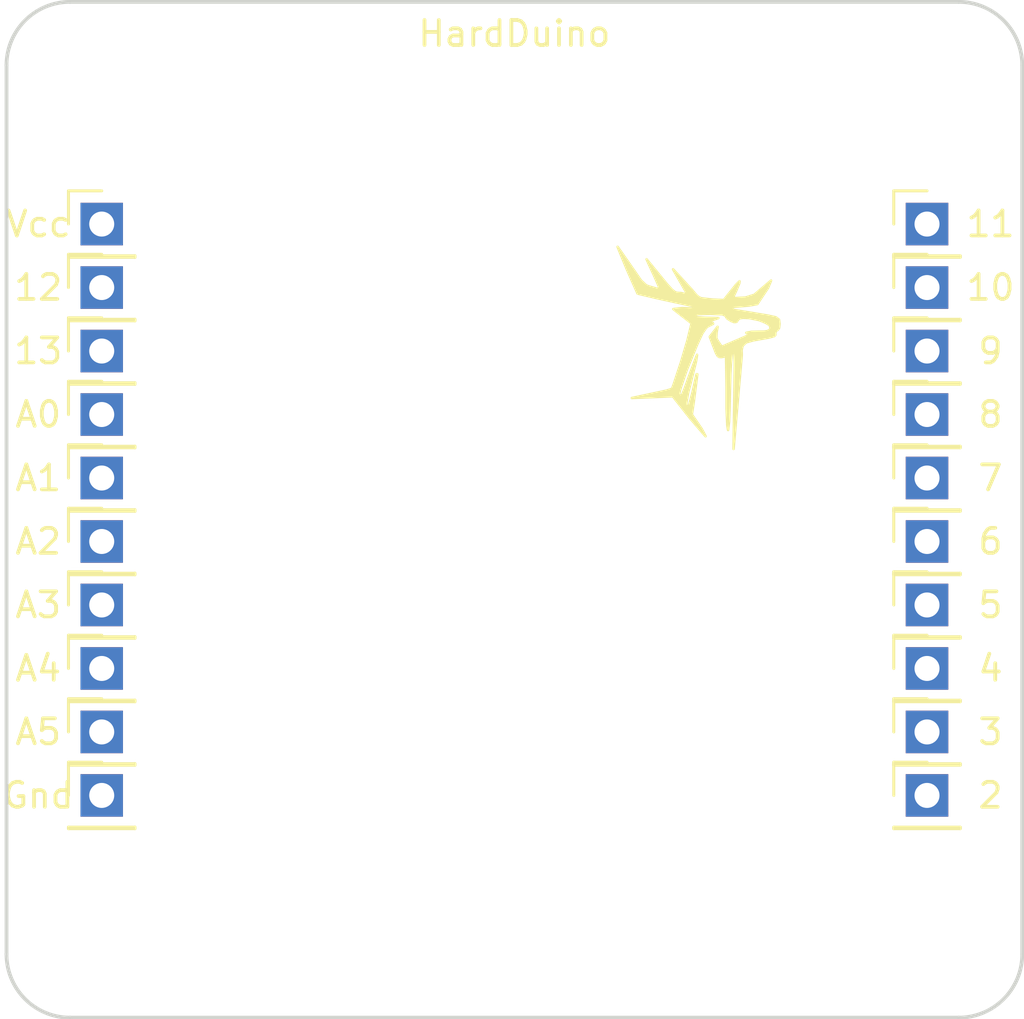
<source format=kicad_pcb>
(kicad_pcb (version 20171130) (host pcbnew "(5.1.4)-1")

  (general
    (thickness 1.6)
    (drawings 29)
    (tracks 0)
    (zones 0)
    (modules 24)
    (nets 21)
  )

  (page A4)
  (layers
    (0 F.Cu signal)
    (31 B.Cu signal)
    (32 B.Adhes user)
    (33 F.Adhes user)
    (34 B.Paste user)
    (35 F.Paste user)
    (36 B.SilkS user)
    (37 F.SilkS user)
    (38 B.Mask user)
    (39 F.Mask user)
    (40 Dwgs.User user)
    (41 Cmts.User user)
    (42 Eco1.User user)
    (43 Eco2.User user)
    (44 Edge.Cuts user)
    (45 Margin user)
    (46 B.CrtYd user)
    (47 F.CrtYd user)
    (48 B.Fab user)
    (49 F.Fab user)
  )

  (setup
    (last_trace_width 0.25)
    (trace_clearance 0.2)
    (zone_clearance 0.508)
    (zone_45_only no)
    (trace_min 0.2)
    (via_size 0.8)
    (via_drill 0.4)
    (via_min_size 0.4)
    (via_min_drill 0.3)
    (uvia_size 0.3)
    (uvia_drill 0.1)
    (uvias_allowed no)
    (uvia_min_size 0.2)
    (uvia_min_drill 0.1)
    (edge_width 0.05)
    (segment_width 0.2)
    (pcb_text_width 0.3)
    (pcb_text_size 1.5 1.5)
    (mod_edge_width 0.12)
    (mod_text_size 1 1)
    (mod_text_width 0.15)
    (pad_size 1.524 1.524)
    (pad_drill 0.762)
    (pad_to_mask_clearance 0.051)
    (solder_mask_min_width 0.25)
    (aux_axis_origin 0 0)
    (visible_elements 7FFFFFFF)
    (pcbplotparams
      (layerselection 0x010fc_ffffffff)
      (usegerberextensions false)
      (usegerberattributes false)
      (usegerberadvancedattributes false)
      (creategerberjobfile false)
      (excludeedgelayer true)
      (linewidth 0.100000)
      (plotframeref false)
      (viasonmask false)
      (mode 1)
      (useauxorigin false)
      (hpglpennumber 1)
      (hpglpenspeed 20)
      (hpglpendiameter 15.000000)
      (psnegative false)
      (psa4output false)
      (plotreference true)
      (plotvalue true)
      (plotinvisibletext false)
      (padsonsilk false)
      (subtractmaskfromsilk false)
      (outputformat 1)
      (mirror false)
      (drillshape 1)
      (scaleselection 1)
      (outputdirectory ""))
  )

  (net 0 "")
  (net 1 "Net-(J1-Pad1)")
  (net 2 "Net-(J2-Pad1)")
  (net 3 "Net-(J3-Pad1)")
  (net 4 "Net-(J4-Pad1)")
  (net 5 "Net-(J5-Pad1)")
  (net 6 "Net-(J6-Pad1)")
  (net 7 "Net-(J7-Pad1)")
  (net 8 "Net-(J8-Pad1)")
  (net 9 "Net-(J9-Pad1)")
  (net 10 "Net-(J10-Pad1)")
  (net 11 "Net-(J11-Pad1)")
  (net 12 "Net-(J12-Pad1)")
  (net 13 "Net-(J13-Pad1)")
  (net 14 "Net-(J14-Pad1)")
  (net 15 "Net-(J15-Pad1)")
  (net 16 "Net-(J16-Pad1)")
  (net 17 "Net-(J17-Pad1)")
  (net 18 "Net-(J18-Pad1)")
  (net 19 "Net-(J19-Pad1)")
  (net 20 "Net-(J20-Pad1)")

  (net_class Default "Это класс цепей по умолчанию."
    (clearance 0.2)
    (trace_width 0.25)
    (via_dia 0.8)
    (via_drill 0.4)
    (uvia_dia 0.3)
    (uvia_drill 0.1)
    (add_net "Net-(J1-Pad1)")
    (add_net "Net-(J10-Pad1)")
    (add_net "Net-(J11-Pad1)")
    (add_net "Net-(J12-Pad1)")
    (add_net "Net-(J13-Pad1)")
    (add_net "Net-(J14-Pad1)")
    (add_net "Net-(J15-Pad1)")
    (add_net "Net-(J16-Pad1)")
    (add_net "Net-(J17-Pad1)")
    (add_net "Net-(J18-Pad1)")
    (add_net "Net-(J19-Pad1)")
    (add_net "Net-(J2-Pad1)")
    (add_net "Net-(J20-Pad1)")
    (add_net "Net-(J3-Pad1)")
    (add_net "Net-(J4-Pad1)")
    (add_net "Net-(J5-Pad1)")
    (add_net "Net-(J6-Pad1)")
    (add_net "Net-(J7-Pad1)")
    (add_net "Net-(J8-Pad1)")
    (add_net "Net-(J9-Pad1)")
  )

  (module MountingHole:MountingHole_3.2mm_M3 (layer F.Cu) (tedit 56D1B4CB) (tstamp 5D79781E)
    (at 92.71 54.61)
    (descr "Mounting Hole 3.2mm, no annular, M3")
    (tags "mounting hole 3.2mm no annular m3")
    (path /5D791BF4)
    (attr virtual)
    (fp_text reference H1 (at -3.81 -4.2) (layer F.SilkS) hide
      (effects (font (size 1 1) (thickness 0.15)))
    )
    (fp_text value MountingHole (at 2.54 -5.08) (layer F.Fab) hide
      (effects (font (size 1 1) (thickness 0.15)))
    )
    (fp_circle (center 0 0) (end 3.45 0) (layer F.CrtYd) (width 0.05))
    (fp_circle (center 0 0) (end 3.2 0) (layer Cmts.User) (width 0.15))
    (fp_text user %R (at 0.3 0) (layer F.Fab)
      (effects (font (size 1 1) (thickness 0.15)))
    )
    (pad 1 np_thru_hole circle (at 0 0) (size 3.2 3.2) (drill 3.2) (layers *.Cu *.Mask))
  )

  (module MountingHole:MountingHole_3.2mm_M3 (layer F.Cu) (tedit 56D1B4CB) (tstamp 5D797826)
    (at 92.71 87.63)
    (descr "Mounting Hole 3.2mm, no annular, M3")
    (tags "mounting hole 3.2mm no annular m3")
    (path /5D793188)
    (attr virtual)
    (fp_text reference H2 (at -3.81 3.81) (layer F.SilkS) hide
      (effects (font (size 1 1) (thickness 0.15)))
    )
    (fp_text value MountingHole (at 3.81 5.08) (layer F.Fab) hide
      (effects (font (size 1 1) (thickness 0.15)))
    )
    (fp_text user %R (at 0.3 0) (layer F.Fab)
      (effects (font (size 1 1) (thickness 0.15)))
    )
    (fp_circle (center 0 0) (end 3.2 0) (layer Cmts.User) (width 0.15))
    (fp_circle (center 0 0) (end 3.45 0) (layer F.CrtYd) (width 0.05))
    (pad 1 np_thru_hole circle (at 0 0) (size 3.2 3.2) (drill 3.2) (layers *.Cu *.Mask))
  )

  (module MountingHole:MountingHole_3.2mm_M3 (layer F.Cu) (tedit 56D1B4CB) (tstamp 5D79782E)
    (at 125.73 54.61)
    (descr "Mounting Hole 3.2mm, no annular, M3")
    (tags "mounting hole 3.2mm no annular m3")
    (path /5D793224)
    (attr virtual)
    (fp_text reference H3 (at 3.81 -3.81) (layer F.SilkS) hide
      (effects (font (size 1 1) (thickness 0.15)))
    )
    (fp_text value MountingHole (at -2.54 -5.08) (layer F.Fab) hide
      (effects (font (size 1 1) (thickness 0.15)))
    )
    (fp_circle (center 0 0) (end 3.45 0) (layer F.CrtYd) (width 0.05))
    (fp_circle (center 0 0) (end 3.2 0) (layer Cmts.User) (width 0.15))
    (fp_text user %R (at 0.3 0) (layer F.Fab)
      (effects (font (size 1 1) (thickness 0.15)))
    )
    (pad 1 np_thru_hole circle (at 0 0) (size 3.2 3.2) (drill 3.2) (layers *.Cu *.Mask))
  )

  (module MountingHole:MountingHole_3.2mm_M3 (layer F.Cu) (tedit 56D1B4CB) (tstamp 5D797836)
    (at 125.73 87.63)
    (descr "Mounting Hole 3.2mm, no annular, M3")
    (tags "mounting hole 3.2mm no annular m3")
    (path /5D7932CC)
    (attr virtual)
    (fp_text reference H4 (at 3.81 3.81) (layer F.SilkS) hide
      (effects (font (size 1 1) (thickness 0.15)))
    )
    (fp_text value MountingHole (at -5.08 5.08) (layer F.Fab) hide
      (effects (font (size 1 1) (thickness 0.15)))
    )
    (fp_text user %R (at 0 0) (layer F.Fab)
      (effects (font (size 1 1) (thickness 0.15)))
    )
    (fp_circle (center 0 0) (end 3.2 0) (layer Cmts.User) (width 0.15))
    (fp_circle (center 0 0) (end 3.45 0) (layer F.CrtYd) (width 0.05))
    (pad 1 np_thru_hole circle (at 0 0) (size 3.2 3.2) (drill 3.2) (layers *.Cu *.Mask))
  )

  (module Connector_PinHeader_2.54mm:PinHeader_1x01_P2.54mm_Vertical (layer F.Cu) (tedit 59FED5CC) (tstamp 5D79784B)
    (at 125.73 82.55)
    (descr "Through hole straight pin header, 1x01, 2.54mm pitch, single row")
    (tags "Through hole pin header THT 1x01 2.54mm single row")
    (path /5D793457)
    (fp_text reference J1 (at -2.54 0) (layer F.SilkS) hide
      (effects (font (size 1 1) (thickness 0.15)))
    )
    (fp_text value 2 (at 2.54 0) (layer F.Fab)
      (effects (font (size 1 1) (thickness 0.15)))
    )
    (fp_text user %R (at 0 0 90) (layer F.Fab)
      (effects (font (size 1 1) (thickness 0.15)))
    )
    (fp_line (start 1.8 -1.8) (end -1.8 -1.8) (layer F.CrtYd) (width 0.05))
    (fp_line (start 1.8 1.8) (end 1.8 -1.8) (layer F.CrtYd) (width 0.05))
    (fp_line (start -1.8 1.8) (end 1.8 1.8) (layer F.CrtYd) (width 0.05))
    (fp_line (start -1.8 -1.8) (end -1.8 1.8) (layer F.CrtYd) (width 0.05))
    (fp_line (start -1.33 -1.33) (end 0 -1.33) (layer F.SilkS) (width 0.12))
    (fp_line (start -1.33 0) (end -1.33 -1.33) (layer F.SilkS) (width 0.12))
    (fp_line (start -1.33 1.27) (end 1.33 1.27) (layer F.SilkS) (width 0.12))
    (fp_line (start 1.33 1.27) (end 1.33 1.33) (layer F.SilkS) (width 0.12))
    (fp_line (start -1.33 1.27) (end -1.33 1.33) (layer F.SilkS) (width 0.12))
    (fp_line (start -1.33 1.33) (end 1.33 1.33) (layer F.SilkS) (width 0.12))
    (fp_line (start -1.27 -0.635) (end -0.635 -1.27) (layer F.Fab) (width 0.1))
    (fp_line (start -1.27 1.27) (end -1.27 -0.635) (layer F.Fab) (width 0.1))
    (fp_line (start 1.27 1.27) (end -1.27 1.27) (layer F.Fab) (width 0.1))
    (fp_line (start 1.27 -1.27) (end 1.27 1.27) (layer F.Fab) (width 0.1))
    (fp_line (start -0.635 -1.27) (end 1.27 -1.27) (layer F.Fab) (width 0.1))
    (pad 1 thru_hole rect (at 0 0) (size 1.7 1.7) (drill 1) (layers *.Cu *.Mask)
      (net 1 "Net-(J1-Pad1)"))
    (model ${KISYS3DMOD}/Connector_PinHeader_2.54mm.3dshapes/PinHeader_1x01_P2.54mm_Vertical.wrl
      (at (xyz 0 0 0))
      (scale (xyz 1 1 1))
      (rotate (xyz 0 0 0))
    )
  )

  (module Connector_PinHeader_2.54mm:PinHeader_1x01_P2.54mm_Vertical (layer F.Cu) (tedit 59FED5CC) (tstamp 5D797860)
    (at 125.73 80.01)
    (descr "Through hole straight pin header, 1x01, 2.54mm pitch, single row")
    (tags "Through hole pin header THT 1x01 2.54mm single row")
    (path /5D794940)
    (fp_text reference J2 (at -2.54 0) (layer F.SilkS) hide
      (effects (font (size 1 1) (thickness 0.15)))
    )
    (fp_text value 3 (at 2.54 0) (layer F.Fab)
      (effects (font (size 1 1) (thickness 0.15)))
    )
    (fp_line (start -0.635 -1.27) (end 1.27 -1.27) (layer F.Fab) (width 0.1))
    (fp_line (start 1.27 -1.27) (end 1.27 1.27) (layer F.Fab) (width 0.1))
    (fp_line (start 1.27 1.27) (end -1.27 1.27) (layer F.Fab) (width 0.1))
    (fp_line (start -1.27 1.27) (end -1.27 -0.635) (layer F.Fab) (width 0.1))
    (fp_line (start -1.27 -0.635) (end -0.635 -1.27) (layer F.Fab) (width 0.1))
    (fp_line (start -1.33 1.33) (end 1.33 1.33) (layer F.SilkS) (width 0.12))
    (fp_line (start -1.33 1.27) (end -1.33 1.33) (layer F.SilkS) (width 0.12))
    (fp_line (start 1.33 1.27) (end 1.33 1.33) (layer F.SilkS) (width 0.12))
    (fp_line (start -1.33 1.27) (end 1.33 1.27) (layer F.SilkS) (width 0.12))
    (fp_line (start -1.33 0) (end -1.33 -1.33) (layer F.SilkS) (width 0.12))
    (fp_line (start -1.33 -1.33) (end 0 -1.33) (layer F.SilkS) (width 0.12))
    (fp_line (start -1.8 -1.8) (end -1.8 1.8) (layer F.CrtYd) (width 0.05))
    (fp_line (start -1.8 1.8) (end 1.8 1.8) (layer F.CrtYd) (width 0.05))
    (fp_line (start 1.8 1.8) (end 1.8 -1.8) (layer F.CrtYd) (width 0.05))
    (fp_line (start 1.8 -1.8) (end -1.8 -1.8) (layer F.CrtYd) (width 0.05))
    (fp_text user %R (at 0 0 90) (layer F.Fab)
      (effects (font (size 1 1) (thickness 0.15)))
    )
    (pad 1 thru_hole rect (at 0 0) (size 1.7 1.7) (drill 1) (layers *.Cu *.Mask)
      (net 2 "Net-(J2-Pad1)"))
    (model ${KISYS3DMOD}/Connector_PinHeader_2.54mm.3dshapes/PinHeader_1x01_P2.54mm_Vertical.wrl
      (at (xyz 0 0 0))
      (scale (xyz 1 1 1))
      (rotate (xyz 0 0 0))
    )
  )

  (module Connector_PinHeader_2.54mm:PinHeader_1x01_P2.54mm_Vertical (layer F.Cu) (tedit 59FED5CC) (tstamp 5D797875)
    (at 125.73 77.47)
    (descr "Through hole straight pin header, 1x01, 2.54mm pitch, single row")
    (tags "Through hole pin header THT 1x01 2.54mm single row")
    (path /5D794B32)
    (fp_text reference J3 (at -2.54 0) (layer F.SilkS) hide
      (effects (font (size 1 1) (thickness 0.15)))
    )
    (fp_text value 4 (at 2.54 0) (layer F.Fab)
      (effects (font (size 1 1) (thickness 0.15)))
    )
    (fp_text user %R (at 0 0 90) (layer F.Fab)
      (effects (font (size 1 1) (thickness 0.15)))
    )
    (fp_line (start 1.8 -1.8) (end -1.8 -1.8) (layer F.CrtYd) (width 0.05))
    (fp_line (start 1.8 1.8) (end 1.8 -1.8) (layer F.CrtYd) (width 0.05))
    (fp_line (start -1.8 1.8) (end 1.8 1.8) (layer F.CrtYd) (width 0.05))
    (fp_line (start -1.8 -1.8) (end -1.8 1.8) (layer F.CrtYd) (width 0.05))
    (fp_line (start -1.33 -1.33) (end 0 -1.33) (layer F.SilkS) (width 0.12))
    (fp_line (start -1.33 0) (end -1.33 -1.33) (layer F.SilkS) (width 0.12))
    (fp_line (start -1.33 1.27) (end 1.33 1.27) (layer F.SilkS) (width 0.12))
    (fp_line (start 1.33 1.27) (end 1.33 1.33) (layer F.SilkS) (width 0.12))
    (fp_line (start -1.33 1.27) (end -1.33 1.33) (layer F.SilkS) (width 0.12))
    (fp_line (start -1.33 1.33) (end 1.33 1.33) (layer F.SilkS) (width 0.12))
    (fp_line (start -1.27 -0.635) (end -0.635 -1.27) (layer F.Fab) (width 0.1))
    (fp_line (start -1.27 1.27) (end -1.27 -0.635) (layer F.Fab) (width 0.1))
    (fp_line (start 1.27 1.27) (end -1.27 1.27) (layer F.Fab) (width 0.1))
    (fp_line (start 1.27 -1.27) (end 1.27 1.27) (layer F.Fab) (width 0.1))
    (fp_line (start -0.635 -1.27) (end 1.27 -1.27) (layer F.Fab) (width 0.1))
    (pad 1 thru_hole rect (at 0 0) (size 1.7 1.7) (drill 1) (layers *.Cu *.Mask)
      (net 3 "Net-(J3-Pad1)"))
    (model ${KISYS3DMOD}/Connector_PinHeader_2.54mm.3dshapes/PinHeader_1x01_P2.54mm_Vertical.wrl
      (at (xyz 0 0 0))
      (scale (xyz 1 1 1))
      (rotate (xyz 0 0 0))
    )
  )

  (module Connector_PinHeader_2.54mm:PinHeader_1x01_P2.54mm_Vertical (layer F.Cu) (tedit 59FED5CC) (tstamp 5D79788A)
    (at 125.73 74.93)
    (descr "Through hole straight pin header, 1x01, 2.54mm pitch, single row")
    (tags "Through hole pin header THT 1x01 2.54mm single row")
    (path /5D794C66)
    (fp_text reference J4 (at -2.54 0) (layer F.SilkS) hide
      (effects (font (size 1 1) (thickness 0.15)))
    )
    (fp_text value 5 (at 2.54 0) (layer F.Fab)
      (effects (font (size 1 1) (thickness 0.15)))
    )
    (fp_line (start -0.635 -1.27) (end 1.27 -1.27) (layer F.Fab) (width 0.1))
    (fp_line (start 1.27 -1.27) (end 1.27 1.27) (layer F.Fab) (width 0.1))
    (fp_line (start 1.27 1.27) (end -1.27 1.27) (layer F.Fab) (width 0.1))
    (fp_line (start -1.27 1.27) (end -1.27 -0.635) (layer F.Fab) (width 0.1))
    (fp_line (start -1.27 -0.635) (end -0.635 -1.27) (layer F.Fab) (width 0.1))
    (fp_line (start -1.33 1.33) (end 1.33 1.33) (layer F.SilkS) (width 0.12))
    (fp_line (start -1.33 1.27) (end -1.33 1.33) (layer F.SilkS) (width 0.12))
    (fp_line (start 1.33 1.27) (end 1.33 1.33) (layer F.SilkS) (width 0.12))
    (fp_line (start -1.33 1.27) (end 1.33 1.27) (layer F.SilkS) (width 0.12))
    (fp_line (start -1.33 0) (end -1.33 -1.33) (layer F.SilkS) (width 0.12))
    (fp_line (start -1.33 -1.33) (end 0 -1.33) (layer F.SilkS) (width 0.12))
    (fp_line (start -1.8 -1.8) (end -1.8 1.8) (layer F.CrtYd) (width 0.05))
    (fp_line (start -1.8 1.8) (end 1.8 1.8) (layer F.CrtYd) (width 0.05))
    (fp_line (start 1.8 1.8) (end 1.8 -1.8) (layer F.CrtYd) (width 0.05))
    (fp_line (start 1.8 -1.8) (end -1.8 -1.8) (layer F.CrtYd) (width 0.05))
    (fp_text user %R (at 0 0 90) (layer F.Fab)
      (effects (font (size 1 1) (thickness 0.15)))
    )
    (pad 1 thru_hole rect (at 0 0) (size 1.7 1.7) (drill 1) (layers *.Cu *.Mask)
      (net 4 "Net-(J4-Pad1)"))
    (model ${KISYS3DMOD}/Connector_PinHeader_2.54mm.3dshapes/PinHeader_1x01_P2.54mm_Vertical.wrl
      (at (xyz 0 0 0))
      (scale (xyz 1 1 1))
      (rotate (xyz 0 0 0))
    )
  )

  (module Connector_PinHeader_2.54mm:PinHeader_1x01_P2.54mm_Vertical (layer F.Cu) (tedit 59FED5CC) (tstamp 5D79789F)
    (at 125.73 72.39)
    (descr "Through hole straight pin header, 1x01, 2.54mm pitch, single row")
    (tags "Through hole pin header THT 1x01 2.54mm single row")
    (path /5D794EF4)
    (fp_text reference J5 (at -2.54 0) (layer F.SilkS) hide
      (effects (font (size 1 1) (thickness 0.15)))
    )
    (fp_text value 6 (at 2.54 0) (layer F.Fab)
      (effects (font (size 1 1) (thickness 0.15)))
    )
    (fp_text user %R (at 0 0 90) (layer F.Fab)
      (effects (font (size 1 1) (thickness 0.15)))
    )
    (fp_line (start 1.8 -1.8) (end -1.8 -1.8) (layer F.CrtYd) (width 0.05))
    (fp_line (start 1.8 1.8) (end 1.8 -1.8) (layer F.CrtYd) (width 0.05))
    (fp_line (start -1.8 1.8) (end 1.8 1.8) (layer F.CrtYd) (width 0.05))
    (fp_line (start -1.8 -1.8) (end -1.8 1.8) (layer F.CrtYd) (width 0.05))
    (fp_line (start -1.33 -1.33) (end 0 -1.33) (layer F.SilkS) (width 0.12))
    (fp_line (start -1.33 0) (end -1.33 -1.33) (layer F.SilkS) (width 0.12))
    (fp_line (start -1.33 1.27) (end 1.33 1.27) (layer F.SilkS) (width 0.12))
    (fp_line (start 1.33 1.27) (end 1.33 1.33) (layer F.SilkS) (width 0.12))
    (fp_line (start -1.33 1.27) (end -1.33 1.33) (layer F.SilkS) (width 0.12))
    (fp_line (start -1.33 1.33) (end 1.33 1.33) (layer F.SilkS) (width 0.12))
    (fp_line (start -1.27 -0.635) (end -0.635 -1.27) (layer F.Fab) (width 0.1))
    (fp_line (start -1.27 1.27) (end -1.27 -0.635) (layer F.Fab) (width 0.1))
    (fp_line (start 1.27 1.27) (end -1.27 1.27) (layer F.Fab) (width 0.1))
    (fp_line (start 1.27 -1.27) (end 1.27 1.27) (layer F.Fab) (width 0.1))
    (fp_line (start -0.635 -1.27) (end 1.27 -1.27) (layer F.Fab) (width 0.1))
    (pad 1 thru_hole rect (at 0 0) (size 1.7 1.7) (drill 1) (layers *.Cu *.Mask)
      (net 5 "Net-(J5-Pad1)"))
    (model ${KISYS3DMOD}/Connector_PinHeader_2.54mm.3dshapes/PinHeader_1x01_P2.54mm_Vertical.wrl
      (at (xyz 0 0 0))
      (scale (xyz 1 1 1))
      (rotate (xyz 0 0 0))
    )
  )

  (module Connector_PinHeader_2.54mm:PinHeader_1x01_P2.54mm_Vertical (layer F.Cu) (tedit 59FED5CC) (tstamp 5D7978B4)
    (at 125.73 69.85)
    (descr "Through hole straight pin header, 1x01, 2.54mm pitch, single row")
    (tags "Through hole pin header THT 1x01 2.54mm single row")
    (path /5D795168)
    (fp_text reference J6 (at -2.54 0) (layer F.SilkS) hide
      (effects (font (size 1 1) (thickness 0.15)))
    )
    (fp_text value 7 (at 2.54 0) (layer F.Fab)
      (effects (font (size 1 1) (thickness 0.15)))
    )
    (fp_line (start -0.635 -1.27) (end 1.27 -1.27) (layer F.Fab) (width 0.1))
    (fp_line (start 1.27 -1.27) (end 1.27 1.27) (layer F.Fab) (width 0.1))
    (fp_line (start 1.27 1.27) (end -1.27 1.27) (layer F.Fab) (width 0.1))
    (fp_line (start -1.27 1.27) (end -1.27 -0.635) (layer F.Fab) (width 0.1))
    (fp_line (start -1.27 -0.635) (end -0.635 -1.27) (layer F.Fab) (width 0.1))
    (fp_line (start -1.33 1.33) (end 1.33 1.33) (layer F.SilkS) (width 0.12))
    (fp_line (start -1.33 1.27) (end -1.33 1.33) (layer F.SilkS) (width 0.12))
    (fp_line (start 1.33 1.27) (end 1.33 1.33) (layer F.SilkS) (width 0.12))
    (fp_line (start -1.33 1.27) (end 1.33 1.27) (layer F.SilkS) (width 0.12))
    (fp_line (start -1.33 0) (end -1.33 -1.33) (layer F.SilkS) (width 0.12))
    (fp_line (start -1.33 -1.33) (end 0 -1.33) (layer F.SilkS) (width 0.12))
    (fp_line (start -1.8 -1.8) (end -1.8 1.8) (layer F.CrtYd) (width 0.05))
    (fp_line (start -1.8 1.8) (end 1.8 1.8) (layer F.CrtYd) (width 0.05))
    (fp_line (start 1.8 1.8) (end 1.8 -1.8) (layer F.CrtYd) (width 0.05))
    (fp_line (start 1.8 -1.8) (end -1.8 -1.8) (layer F.CrtYd) (width 0.05))
    (fp_text user %R (at 0 0 90) (layer F.Fab)
      (effects (font (size 1 1) (thickness 0.15)))
    )
    (pad 1 thru_hole rect (at 0 0) (size 1.7 1.7) (drill 1) (layers *.Cu *.Mask)
      (net 6 "Net-(J6-Pad1)"))
    (model ${KISYS3DMOD}/Connector_PinHeader_2.54mm.3dshapes/PinHeader_1x01_P2.54mm_Vertical.wrl
      (at (xyz 0 0 0))
      (scale (xyz 1 1 1))
      (rotate (xyz 0 0 0))
    )
  )

  (module Connector_PinHeader_2.54mm:PinHeader_1x01_P2.54mm_Vertical (layer F.Cu) (tedit 59FED5CC) (tstamp 5D7978C9)
    (at 125.73 67.31)
    (descr "Through hole straight pin header, 1x01, 2.54mm pitch, single row")
    (tags "Through hole pin header THT 1x01 2.54mm single row")
    (path /5D795340)
    (fp_text reference J7 (at -2.54 0) (layer F.SilkS) hide
      (effects (font (size 1 1) (thickness 0.15)))
    )
    (fp_text value 8 (at 2.54 0) (layer F.Fab)
      (effects (font (size 1 1) (thickness 0.15)))
    )
    (fp_text user %R (at 0 0 90) (layer F.Fab)
      (effects (font (size 1 1) (thickness 0.15)))
    )
    (fp_line (start 1.8 -1.8) (end -1.8 -1.8) (layer F.CrtYd) (width 0.05))
    (fp_line (start 1.8 1.8) (end 1.8 -1.8) (layer F.CrtYd) (width 0.05))
    (fp_line (start -1.8 1.8) (end 1.8 1.8) (layer F.CrtYd) (width 0.05))
    (fp_line (start -1.8 -1.8) (end -1.8 1.8) (layer F.CrtYd) (width 0.05))
    (fp_line (start -1.33 -1.33) (end 0 -1.33) (layer F.SilkS) (width 0.12))
    (fp_line (start -1.33 0) (end -1.33 -1.33) (layer F.SilkS) (width 0.12))
    (fp_line (start -1.33 1.27) (end 1.33 1.27) (layer F.SilkS) (width 0.12))
    (fp_line (start 1.33 1.27) (end 1.33 1.33) (layer F.SilkS) (width 0.12))
    (fp_line (start -1.33 1.27) (end -1.33 1.33) (layer F.SilkS) (width 0.12))
    (fp_line (start -1.33 1.33) (end 1.33 1.33) (layer F.SilkS) (width 0.12))
    (fp_line (start -1.27 -0.635) (end -0.635 -1.27) (layer F.Fab) (width 0.1))
    (fp_line (start -1.27 1.27) (end -1.27 -0.635) (layer F.Fab) (width 0.1))
    (fp_line (start 1.27 1.27) (end -1.27 1.27) (layer F.Fab) (width 0.1))
    (fp_line (start 1.27 -1.27) (end 1.27 1.27) (layer F.Fab) (width 0.1))
    (fp_line (start -0.635 -1.27) (end 1.27 -1.27) (layer F.Fab) (width 0.1))
    (pad 1 thru_hole rect (at 0 0) (size 1.7 1.7) (drill 1) (layers *.Cu *.Mask)
      (net 7 "Net-(J7-Pad1)"))
    (model ${KISYS3DMOD}/Connector_PinHeader_2.54mm.3dshapes/PinHeader_1x01_P2.54mm_Vertical.wrl
      (at (xyz 0 0 0))
      (scale (xyz 1 1 1))
      (rotate (xyz 0 0 0))
    )
  )

  (module Connector_PinHeader_2.54mm:PinHeader_1x01_P2.54mm_Vertical (layer F.Cu) (tedit 59FED5CC) (tstamp 5D7978DE)
    (at 125.73 64.77)
    (descr "Through hole straight pin header, 1x01, 2.54mm pitch, single row")
    (tags "Through hole pin header THT 1x01 2.54mm single row")
    (path /5D7955DE)
    (fp_text reference J8 (at -2.54 0) (layer F.SilkS) hide
      (effects (font (size 1 1) (thickness 0.15)))
    )
    (fp_text value 9 (at 2.54 0) (layer F.Fab)
      (effects (font (size 1 1) (thickness 0.15)))
    )
    (fp_line (start -0.635 -1.27) (end 1.27 -1.27) (layer F.Fab) (width 0.1))
    (fp_line (start 1.27 -1.27) (end 1.27 1.27) (layer F.Fab) (width 0.1))
    (fp_line (start 1.27 1.27) (end -1.27 1.27) (layer F.Fab) (width 0.1))
    (fp_line (start -1.27 1.27) (end -1.27 -0.635) (layer F.Fab) (width 0.1))
    (fp_line (start -1.27 -0.635) (end -0.635 -1.27) (layer F.Fab) (width 0.1))
    (fp_line (start -1.33 1.33) (end 1.33 1.33) (layer F.SilkS) (width 0.12))
    (fp_line (start -1.33 1.27) (end -1.33 1.33) (layer F.SilkS) (width 0.12))
    (fp_line (start 1.33 1.27) (end 1.33 1.33) (layer F.SilkS) (width 0.12))
    (fp_line (start -1.33 1.27) (end 1.33 1.27) (layer F.SilkS) (width 0.12))
    (fp_line (start -1.33 0) (end -1.33 -1.33) (layer F.SilkS) (width 0.12))
    (fp_line (start -1.33 -1.33) (end 0 -1.33) (layer F.SilkS) (width 0.12))
    (fp_line (start -1.8 -1.8) (end -1.8 1.8) (layer F.CrtYd) (width 0.05))
    (fp_line (start -1.8 1.8) (end 1.8 1.8) (layer F.CrtYd) (width 0.05))
    (fp_line (start 1.8 1.8) (end 1.8 -1.8) (layer F.CrtYd) (width 0.05))
    (fp_line (start 1.8 -1.8) (end -1.8 -1.8) (layer F.CrtYd) (width 0.05))
    (fp_text user %R (at 0 0 90) (layer F.Fab)
      (effects (font (size 1 1) (thickness 0.15)))
    )
    (pad 1 thru_hole rect (at 0 0) (size 1.7 1.7) (drill 1) (layers *.Cu *.Mask)
      (net 8 "Net-(J8-Pad1)"))
    (model ${KISYS3DMOD}/Connector_PinHeader_2.54mm.3dshapes/PinHeader_1x01_P2.54mm_Vertical.wrl
      (at (xyz 0 0 0))
      (scale (xyz 1 1 1))
      (rotate (xyz 0 0 0))
    )
  )

  (module Connector_PinHeader_2.54mm:PinHeader_1x01_P2.54mm_Vertical (layer F.Cu) (tedit 59FED5CC) (tstamp 5D7978F3)
    (at 125.73 62.23)
    (descr "Through hole straight pin header, 1x01, 2.54mm pitch, single row")
    (tags "Through hole pin header THT 1x01 2.54mm single row")
    (path /5D7957DA)
    (fp_text reference J9 (at -2.54 0) (layer F.SilkS) hide
      (effects (font (size 1 1) (thickness 0.15)))
    )
    (fp_text value 10 (at 2.54 0) (layer F.Fab)
      (effects (font (size 1 1) (thickness 0.15)))
    )
    (fp_text user %R (at 0 0 90) (layer F.Fab)
      (effects (font (size 1 1) (thickness 0.15)))
    )
    (fp_line (start 1.8 -1.8) (end -1.8 -1.8) (layer F.CrtYd) (width 0.05))
    (fp_line (start 1.8 1.8) (end 1.8 -1.8) (layer F.CrtYd) (width 0.05))
    (fp_line (start -1.8 1.8) (end 1.8 1.8) (layer F.CrtYd) (width 0.05))
    (fp_line (start -1.8 -1.8) (end -1.8 1.8) (layer F.CrtYd) (width 0.05))
    (fp_line (start -1.33 -1.33) (end 0 -1.33) (layer F.SilkS) (width 0.12))
    (fp_line (start -1.33 0) (end -1.33 -1.33) (layer F.SilkS) (width 0.12))
    (fp_line (start -1.33 1.27) (end 1.33 1.27) (layer F.SilkS) (width 0.12))
    (fp_line (start 1.33 1.27) (end 1.33 1.33) (layer F.SilkS) (width 0.12))
    (fp_line (start -1.33 1.27) (end -1.33 1.33) (layer F.SilkS) (width 0.12))
    (fp_line (start -1.33 1.33) (end 1.33 1.33) (layer F.SilkS) (width 0.12))
    (fp_line (start -1.27 -0.635) (end -0.635 -1.27) (layer F.Fab) (width 0.1))
    (fp_line (start -1.27 1.27) (end -1.27 -0.635) (layer F.Fab) (width 0.1))
    (fp_line (start 1.27 1.27) (end -1.27 1.27) (layer F.Fab) (width 0.1))
    (fp_line (start 1.27 -1.27) (end 1.27 1.27) (layer F.Fab) (width 0.1))
    (fp_line (start -0.635 -1.27) (end 1.27 -1.27) (layer F.Fab) (width 0.1))
    (pad 1 thru_hole rect (at 0 0) (size 1.7 1.7) (drill 1) (layers *.Cu *.Mask)
      (net 9 "Net-(J9-Pad1)"))
    (model ${KISYS3DMOD}/Connector_PinHeader_2.54mm.3dshapes/PinHeader_1x01_P2.54mm_Vertical.wrl
      (at (xyz 0 0 0))
      (scale (xyz 1 1 1))
      (rotate (xyz 0 0 0))
    )
  )

  (module Connector_PinHeader_2.54mm:PinHeader_1x01_P2.54mm_Vertical (layer F.Cu) (tedit 59FED5CC) (tstamp 5D797908)
    (at 125.73 59.69)
    (descr "Through hole straight pin header, 1x01, 2.54mm pitch, single row")
    (tags "Through hole pin header THT 1x01 2.54mm single row")
    (path /5D795810)
    (fp_text reference J10 (at -2.54 0) (layer F.SilkS) hide
      (effects (font (size 1 1) (thickness 0.15)))
    )
    (fp_text value 11 (at 2.54 0) (layer F.Fab)
      (effects (font (size 1 1) (thickness 0.15)))
    )
    (fp_line (start -0.635 -1.27) (end 1.27 -1.27) (layer F.Fab) (width 0.1))
    (fp_line (start 1.27 -1.27) (end 1.27 1.27) (layer F.Fab) (width 0.1))
    (fp_line (start 1.27 1.27) (end -1.27 1.27) (layer F.Fab) (width 0.1))
    (fp_line (start -1.27 1.27) (end -1.27 -0.635) (layer F.Fab) (width 0.1))
    (fp_line (start -1.27 -0.635) (end -0.635 -1.27) (layer F.Fab) (width 0.1))
    (fp_line (start -1.33 1.33) (end 1.33 1.33) (layer F.SilkS) (width 0.12))
    (fp_line (start -1.33 1.27) (end -1.33 1.33) (layer F.SilkS) (width 0.12))
    (fp_line (start 1.33 1.27) (end 1.33 1.33) (layer F.SilkS) (width 0.12))
    (fp_line (start -1.33 1.27) (end 1.33 1.27) (layer F.SilkS) (width 0.12))
    (fp_line (start -1.33 0) (end -1.33 -1.33) (layer F.SilkS) (width 0.12))
    (fp_line (start -1.33 -1.33) (end 0 -1.33) (layer F.SilkS) (width 0.12))
    (fp_line (start -1.8 -1.8) (end -1.8 1.8) (layer F.CrtYd) (width 0.05))
    (fp_line (start -1.8 1.8) (end 1.8 1.8) (layer F.CrtYd) (width 0.05))
    (fp_line (start 1.8 1.8) (end 1.8 -1.8) (layer F.CrtYd) (width 0.05))
    (fp_line (start 1.8 -1.8) (end -1.8 -1.8) (layer F.CrtYd) (width 0.05))
    (fp_text user %R (at 0 0 90) (layer F.Fab)
      (effects (font (size 1 1) (thickness 0.15)))
    )
    (pad 1 thru_hole rect (at 0 0) (size 1.7 1.7) (drill 1) (layers *.Cu *.Mask)
      (net 10 "Net-(J10-Pad1)"))
    (model ${KISYS3DMOD}/Connector_PinHeader_2.54mm.3dshapes/PinHeader_1x01_P2.54mm_Vertical.wrl
      (at (xyz 0 0 0))
      (scale (xyz 1 1 1))
      (rotate (xyz 0 0 0))
    )
  )

  (module Connector_PinHeader_2.54mm:PinHeader_1x01_P2.54mm_Vertical (layer F.Cu) (tedit 59FED5CC) (tstamp 5D79791D)
    (at 92.71 62.23)
    (descr "Through hole straight pin header, 1x01, 2.54mm pitch, single row")
    (tags "Through hole pin header THT 1x01 2.54mm single row")
    (path /5D7959D6)
    (fp_text reference J11 (at 3.175 0) (layer F.SilkS) hide
      (effects (font (size 1 1) (thickness 0.15)))
    )
    (fp_text value 12 (at -2.54 0) (layer F.Fab)
      (effects (font (size 1 1) (thickness 0.15)))
    )
    (fp_text user %R (at 0 0 90) (layer F.Fab)
      (effects (font (size 1 1) (thickness 0.15)))
    )
    (fp_line (start 1.8 -1.8) (end -1.8 -1.8) (layer F.CrtYd) (width 0.05))
    (fp_line (start 1.8 1.8) (end 1.8 -1.8) (layer F.CrtYd) (width 0.05))
    (fp_line (start -1.8 1.8) (end 1.8 1.8) (layer F.CrtYd) (width 0.05))
    (fp_line (start -1.8 -1.8) (end -1.8 1.8) (layer F.CrtYd) (width 0.05))
    (fp_line (start -1.33 -1.33) (end 0 -1.33) (layer F.SilkS) (width 0.12))
    (fp_line (start -1.33 0) (end -1.33 -1.33) (layer F.SilkS) (width 0.12))
    (fp_line (start -1.33 1.27) (end 1.33 1.27) (layer F.SilkS) (width 0.12))
    (fp_line (start 1.33 1.27) (end 1.33 1.33) (layer F.SilkS) (width 0.12))
    (fp_line (start -1.33 1.27) (end -1.33 1.33) (layer F.SilkS) (width 0.12))
    (fp_line (start -1.33 1.33) (end 1.33 1.33) (layer F.SilkS) (width 0.12))
    (fp_line (start -1.27 -0.635) (end -0.635 -1.27) (layer F.Fab) (width 0.1))
    (fp_line (start -1.27 1.27) (end -1.27 -0.635) (layer F.Fab) (width 0.1))
    (fp_line (start 1.27 1.27) (end -1.27 1.27) (layer F.Fab) (width 0.1))
    (fp_line (start 1.27 -1.27) (end 1.27 1.27) (layer F.Fab) (width 0.1))
    (fp_line (start -0.635 -1.27) (end 1.27 -1.27) (layer F.Fab) (width 0.1))
    (pad 1 thru_hole rect (at 0 0) (size 1.7 1.7) (drill 1) (layers *.Cu *.Mask)
      (net 11 "Net-(J11-Pad1)"))
    (model ${KISYS3DMOD}/Connector_PinHeader_2.54mm.3dshapes/PinHeader_1x01_P2.54mm_Vertical.wrl
      (at (xyz 0 0 0))
      (scale (xyz 1 1 1))
      (rotate (xyz 0 0 0))
    )
  )

  (module Connector_PinHeader_2.54mm:PinHeader_1x01_P2.54mm_Vertical (layer F.Cu) (tedit 59FED5CC) (tstamp 5D797932)
    (at 92.71 64.77)
    (descr "Through hole straight pin header, 1x01, 2.54mm pitch, single row")
    (tags "Through hole pin header THT 1x01 2.54mm single row")
    (path /5D79744D)
    (fp_text reference J12 (at 3.175 0) (layer F.SilkS) hide
      (effects (font (size 1 1) (thickness 0.15)))
    )
    (fp_text value 13 (at -2.54 0) (layer F.Fab)
      (effects (font (size 1 1) (thickness 0.15)))
    )
    (fp_line (start -0.635 -1.27) (end 1.27 -1.27) (layer F.Fab) (width 0.1))
    (fp_line (start 1.27 -1.27) (end 1.27 1.27) (layer F.Fab) (width 0.1))
    (fp_line (start 1.27 1.27) (end -1.27 1.27) (layer F.Fab) (width 0.1))
    (fp_line (start -1.27 1.27) (end -1.27 -0.635) (layer F.Fab) (width 0.1))
    (fp_line (start -1.27 -0.635) (end -0.635 -1.27) (layer F.Fab) (width 0.1))
    (fp_line (start -1.33 1.33) (end 1.33 1.33) (layer F.SilkS) (width 0.12))
    (fp_line (start -1.33 1.27) (end -1.33 1.33) (layer F.SilkS) (width 0.12))
    (fp_line (start 1.33 1.27) (end 1.33 1.33) (layer F.SilkS) (width 0.12))
    (fp_line (start -1.33 1.27) (end 1.33 1.27) (layer F.SilkS) (width 0.12))
    (fp_line (start -1.33 0) (end -1.33 -1.33) (layer F.SilkS) (width 0.12))
    (fp_line (start -1.33 -1.33) (end 0 -1.33) (layer F.SilkS) (width 0.12))
    (fp_line (start -1.8 -1.8) (end -1.8 1.8) (layer F.CrtYd) (width 0.05))
    (fp_line (start -1.8 1.8) (end 1.8 1.8) (layer F.CrtYd) (width 0.05))
    (fp_line (start 1.8 1.8) (end 1.8 -1.8) (layer F.CrtYd) (width 0.05))
    (fp_line (start 1.8 -1.8) (end -1.8 -1.8) (layer F.CrtYd) (width 0.05))
    (fp_text user %R (at 0 0 90) (layer F.Fab)
      (effects (font (size 1 1) (thickness 0.15)))
    )
    (pad 1 thru_hole rect (at 0 0) (size 1.7 1.7) (drill 1) (layers *.Cu *.Mask)
      (net 12 "Net-(J12-Pad1)"))
    (model ${KISYS3DMOD}/Connector_PinHeader_2.54mm.3dshapes/PinHeader_1x01_P2.54mm_Vertical.wrl
      (at (xyz 0 0 0))
      (scale (xyz 1 1 1))
      (rotate (xyz 0 0 0))
    )
  )

  (module Connector_PinHeader_2.54mm:PinHeader_1x01_P2.54mm_Vertical (layer F.Cu) (tedit 59FED5CC) (tstamp 5D797947)
    (at 92.71 67.31)
    (descr "Through hole straight pin header, 1x01, 2.54mm pitch, single row")
    (tags "Through hole pin header THT 1x01 2.54mm single row")
    (path /5D795BCF)
    (fp_text reference J13 (at 3.175 0) (layer F.SilkS) hide
      (effects (font (size 1 1) (thickness 0.15)))
    )
    (fp_text value A0 (at -2.54 0) (layer F.Fab)
      (effects (font (size 1 1) (thickness 0.15)))
    )
    (fp_line (start -0.635 -1.27) (end 1.27 -1.27) (layer F.Fab) (width 0.1))
    (fp_line (start 1.27 -1.27) (end 1.27 1.27) (layer F.Fab) (width 0.1))
    (fp_line (start 1.27 1.27) (end -1.27 1.27) (layer F.Fab) (width 0.1))
    (fp_line (start -1.27 1.27) (end -1.27 -0.635) (layer F.Fab) (width 0.1))
    (fp_line (start -1.27 -0.635) (end -0.635 -1.27) (layer F.Fab) (width 0.1))
    (fp_line (start -1.33 1.33) (end 1.33 1.33) (layer F.SilkS) (width 0.12))
    (fp_line (start -1.33 1.27) (end -1.33 1.33) (layer F.SilkS) (width 0.12))
    (fp_line (start 1.33 1.27) (end 1.33 1.33) (layer F.SilkS) (width 0.12))
    (fp_line (start -1.33 1.27) (end 1.33 1.27) (layer F.SilkS) (width 0.12))
    (fp_line (start -1.33 0) (end -1.33 -1.33) (layer F.SilkS) (width 0.12))
    (fp_line (start -1.33 -1.33) (end 0 -1.33) (layer F.SilkS) (width 0.12))
    (fp_line (start -1.8 -1.8) (end -1.8 1.8) (layer F.CrtYd) (width 0.05))
    (fp_line (start -1.8 1.8) (end 1.8 1.8) (layer F.CrtYd) (width 0.05))
    (fp_line (start 1.8 1.8) (end 1.8 -1.8) (layer F.CrtYd) (width 0.05))
    (fp_line (start 1.8 -1.8) (end -1.8 -1.8) (layer F.CrtYd) (width 0.05))
    (fp_text user %R (at 0 0 90) (layer F.Fab)
      (effects (font (size 1 1) (thickness 0.15)))
    )
    (pad 1 thru_hole rect (at 0 0) (size 1.7 1.7) (drill 1) (layers *.Cu *.Mask)
      (net 13 "Net-(J13-Pad1)"))
    (model ${KISYS3DMOD}/Connector_PinHeader_2.54mm.3dshapes/PinHeader_1x01_P2.54mm_Vertical.wrl
      (at (xyz 0 0 0))
      (scale (xyz 1 1 1))
      (rotate (xyz 0 0 0))
    )
  )

  (module Connector_PinHeader_2.54mm:PinHeader_1x01_P2.54mm_Vertical (layer F.Cu) (tedit 59FED5CC) (tstamp 5D79795C)
    (at 92.71 69.85)
    (descr "Through hole straight pin header, 1x01, 2.54mm pitch, single row")
    (tags "Through hole pin header THT 1x01 2.54mm single row")
    (path /5D7961B8)
    (fp_text reference J14 (at 3.175 0) (layer F.SilkS) hide
      (effects (font (size 1 1) (thickness 0.15)))
    )
    (fp_text value A1 (at -2.54 0) (layer F.Fab)
      (effects (font (size 1 1) (thickness 0.15)))
    )
    (fp_text user %R (at 0 0 90) (layer F.Fab)
      (effects (font (size 1 1) (thickness 0.15)))
    )
    (fp_line (start 1.8 -1.8) (end -1.8 -1.8) (layer F.CrtYd) (width 0.05))
    (fp_line (start 1.8 1.8) (end 1.8 -1.8) (layer F.CrtYd) (width 0.05))
    (fp_line (start -1.8 1.8) (end 1.8 1.8) (layer F.CrtYd) (width 0.05))
    (fp_line (start -1.8 -1.8) (end -1.8 1.8) (layer F.CrtYd) (width 0.05))
    (fp_line (start -1.33 -1.33) (end 0 -1.33) (layer F.SilkS) (width 0.12))
    (fp_line (start -1.33 0) (end -1.33 -1.33) (layer F.SilkS) (width 0.12))
    (fp_line (start -1.33 1.27) (end 1.33 1.27) (layer F.SilkS) (width 0.12))
    (fp_line (start 1.33 1.27) (end 1.33 1.33) (layer F.SilkS) (width 0.12))
    (fp_line (start -1.33 1.27) (end -1.33 1.33) (layer F.SilkS) (width 0.12))
    (fp_line (start -1.33 1.33) (end 1.33 1.33) (layer F.SilkS) (width 0.12))
    (fp_line (start -1.27 -0.635) (end -0.635 -1.27) (layer F.Fab) (width 0.1))
    (fp_line (start -1.27 1.27) (end -1.27 -0.635) (layer F.Fab) (width 0.1))
    (fp_line (start 1.27 1.27) (end -1.27 1.27) (layer F.Fab) (width 0.1))
    (fp_line (start 1.27 -1.27) (end 1.27 1.27) (layer F.Fab) (width 0.1))
    (fp_line (start -0.635 -1.27) (end 1.27 -1.27) (layer F.Fab) (width 0.1))
    (pad 1 thru_hole rect (at 0 0) (size 1.7 1.7) (drill 1) (layers *.Cu *.Mask)
      (net 14 "Net-(J14-Pad1)"))
    (model ${KISYS3DMOD}/Connector_PinHeader_2.54mm.3dshapes/PinHeader_1x01_P2.54mm_Vertical.wrl
      (at (xyz 0 0 0))
      (scale (xyz 1 1 1))
      (rotate (xyz 0 0 0))
    )
  )

  (module Connector_PinHeader_2.54mm:PinHeader_1x01_P2.54mm_Vertical (layer F.Cu) (tedit 59FED5CC) (tstamp 5D797971)
    (at 92.71 72.39)
    (descr "Through hole straight pin header, 1x01, 2.54mm pitch, single row")
    (tags "Through hole pin header THT 1x01 2.54mm single row")
    (path /5D7963EC)
    (fp_text reference J15 (at 3.175 0) (layer F.SilkS) hide
      (effects (font (size 1 1) (thickness 0.15)))
    )
    (fp_text value A2 (at -2.54 0) (layer F.Fab)
      (effects (font (size 1 1) (thickness 0.15)))
    )
    (fp_line (start -0.635 -1.27) (end 1.27 -1.27) (layer F.Fab) (width 0.1))
    (fp_line (start 1.27 -1.27) (end 1.27 1.27) (layer F.Fab) (width 0.1))
    (fp_line (start 1.27 1.27) (end -1.27 1.27) (layer F.Fab) (width 0.1))
    (fp_line (start -1.27 1.27) (end -1.27 -0.635) (layer F.Fab) (width 0.1))
    (fp_line (start -1.27 -0.635) (end -0.635 -1.27) (layer F.Fab) (width 0.1))
    (fp_line (start -1.33 1.33) (end 1.33 1.33) (layer F.SilkS) (width 0.12))
    (fp_line (start -1.33 1.27) (end -1.33 1.33) (layer F.SilkS) (width 0.12))
    (fp_line (start 1.33 1.27) (end 1.33 1.33) (layer F.SilkS) (width 0.12))
    (fp_line (start -1.33 1.27) (end 1.33 1.27) (layer F.SilkS) (width 0.12))
    (fp_line (start -1.33 0) (end -1.33 -1.33) (layer F.SilkS) (width 0.12))
    (fp_line (start -1.33 -1.33) (end 0 -1.33) (layer F.SilkS) (width 0.12))
    (fp_line (start -1.8 -1.8) (end -1.8 1.8) (layer F.CrtYd) (width 0.05))
    (fp_line (start -1.8 1.8) (end 1.8 1.8) (layer F.CrtYd) (width 0.05))
    (fp_line (start 1.8 1.8) (end 1.8 -1.8) (layer F.CrtYd) (width 0.05))
    (fp_line (start 1.8 -1.8) (end -1.8 -1.8) (layer F.CrtYd) (width 0.05))
    (fp_text user %R (at 0 0 90) (layer F.Fab)
      (effects (font (size 1 1) (thickness 0.15)))
    )
    (pad 1 thru_hole rect (at 0 0) (size 1.7 1.7) (drill 1) (layers *.Cu *.Mask)
      (net 15 "Net-(J15-Pad1)"))
    (model ${KISYS3DMOD}/Connector_PinHeader_2.54mm.3dshapes/PinHeader_1x01_P2.54mm_Vertical.wrl
      (at (xyz 0 0 0))
      (scale (xyz 1 1 1))
      (rotate (xyz 0 0 0))
    )
  )

  (module Connector_PinHeader_2.54mm:PinHeader_1x01_P2.54mm_Vertical (layer F.Cu) (tedit 59FED5CC) (tstamp 5D797986)
    (at 92.71 74.93)
    (descr "Through hole straight pin header, 1x01, 2.54mm pitch, single row")
    (tags "Through hole pin header THT 1x01 2.54mm single row")
    (path /5D7965E2)
    (fp_text reference J16 (at 3.175 0) (layer F.SilkS) hide
      (effects (font (size 1 1) (thickness 0.15)))
    )
    (fp_text value A3 (at -2.54 0) (layer F.Fab)
      (effects (font (size 1 1) (thickness 0.15)))
    )
    (fp_text user %R (at 0 0 90) (layer F.Fab)
      (effects (font (size 1 1) (thickness 0.15)))
    )
    (fp_line (start 1.8 -1.8) (end -1.8 -1.8) (layer F.CrtYd) (width 0.05))
    (fp_line (start 1.8 1.8) (end 1.8 -1.8) (layer F.CrtYd) (width 0.05))
    (fp_line (start -1.8 1.8) (end 1.8 1.8) (layer F.CrtYd) (width 0.05))
    (fp_line (start -1.8 -1.8) (end -1.8 1.8) (layer F.CrtYd) (width 0.05))
    (fp_line (start -1.33 -1.33) (end 0 -1.33) (layer F.SilkS) (width 0.12))
    (fp_line (start -1.33 0) (end -1.33 -1.33) (layer F.SilkS) (width 0.12))
    (fp_line (start -1.33 1.27) (end 1.33 1.27) (layer F.SilkS) (width 0.12))
    (fp_line (start 1.33 1.27) (end 1.33 1.33) (layer F.SilkS) (width 0.12))
    (fp_line (start -1.33 1.27) (end -1.33 1.33) (layer F.SilkS) (width 0.12))
    (fp_line (start -1.33 1.33) (end 1.33 1.33) (layer F.SilkS) (width 0.12))
    (fp_line (start -1.27 -0.635) (end -0.635 -1.27) (layer F.Fab) (width 0.1))
    (fp_line (start -1.27 1.27) (end -1.27 -0.635) (layer F.Fab) (width 0.1))
    (fp_line (start 1.27 1.27) (end -1.27 1.27) (layer F.Fab) (width 0.1))
    (fp_line (start 1.27 -1.27) (end 1.27 1.27) (layer F.Fab) (width 0.1))
    (fp_line (start -0.635 -1.27) (end 1.27 -1.27) (layer F.Fab) (width 0.1))
    (pad 1 thru_hole rect (at 0 0) (size 1.7 1.7) (drill 1) (layers *.Cu *.Mask)
      (net 16 "Net-(J16-Pad1)"))
    (model ${KISYS3DMOD}/Connector_PinHeader_2.54mm.3dshapes/PinHeader_1x01_P2.54mm_Vertical.wrl
      (at (xyz 0 0 0))
      (scale (xyz 1 1 1))
      (rotate (xyz 0 0 0))
    )
  )

  (module Connector_PinHeader_2.54mm:PinHeader_1x01_P2.54mm_Vertical (layer F.Cu) (tedit 59FED5CC) (tstamp 5D79799B)
    (at 92.71 77.47)
    (descr "Through hole straight pin header, 1x01, 2.54mm pitch, single row")
    (tags "Through hole pin header THT 1x01 2.54mm single row")
    (path /5D796826)
    (fp_text reference J17 (at 3.175 0) (layer F.SilkS) hide
      (effects (font (size 1 1) (thickness 0.15)))
    )
    (fp_text value A4 (at -2.54 0) (layer F.Fab)
      (effects (font (size 1 1) (thickness 0.15)))
    )
    (fp_line (start -0.635 -1.27) (end 1.27 -1.27) (layer F.Fab) (width 0.1))
    (fp_line (start 1.27 -1.27) (end 1.27 1.27) (layer F.Fab) (width 0.1))
    (fp_line (start 1.27 1.27) (end -1.27 1.27) (layer F.Fab) (width 0.1))
    (fp_line (start -1.27 1.27) (end -1.27 -0.635) (layer F.Fab) (width 0.1))
    (fp_line (start -1.27 -0.635) (end -0.635 -1.27) (layer F.Fab) (width 0.1))
    (fp_line (start -1.33 1.33) (end 1.33 1.33) (layer F.SilkS) (width 0.12))
    (fp_line (start -1.33 1.27) (end -1.33 1.33) (layer F.SilkS) (width 0.12))
    (fp_line (start 1.33 1.27) (end 1.33 1.33) (layer F.SilkS) (width 0.12))
    (fp_line (start -1.33 1.27) (end 1.33 1.27) (layer F.SilkS) (width 0.12))
    (fp_line (start -1.33 0) (end -1.33 -1.33) (layer F.SilkS) (width 0.12))
    (fp_line (start -1.33 -1.33) (end 0 -1.33) (layer F.SilkS) (width 0.12))
    (fp_line (start -1.8 -1.8) (end -1.8 1.8) (layer F.CrtYd) (width 0.05))
    (fp_line (start -1.8 1.8) (end 1.8 1.8) (layer F.CrtYd) (width 0.05))
    (fp_line (start 1.8 1.8) (end 1.8 -1.8) (layer F.CrtYd) (width 0.05))
    (fp_line (start 1.8 -1.8) (end -1.8 -1.8) (layer F.CrtYd) (width 0.05))
    (fp_text user %R (at 0 0 90) (layer F.Fab)
      (effects (font (size 1 1) (thickness 0.15)))
    )
    (pad 1 thru_hole rect (at 0 0) (size 1.7 1.7) (drill 1) (layers *.Cu *.Mask)
      (net 17 "Net-(J17-Pad1)"))
    (model ${KISYS3DMOD}/Connector_PinHeader_2.54mm.3dshapes/PinHeader_1x01_P2.54mm_Vertical.wrl
      (at (xyz 0 0 0))
      (scale (xyz 1 1 1))
      (rotate (xyz 0 0 0))
    )
  )

  (module Connector_PinHeader_2.54mm:PinHeader_1x01_P2.54mm_Vertical (layer F.Cu) (tedit 59FED5CC) (tstamp 5D7979B0)
    (at 92.71 80.01)
    (descr "Through hole straight pin header, 1x01, 2.54mm pitch, single row")
    (tags "Through hole pin header THT 1x01 2.54mm single row")
    (path /5D796A8E)
    (fp_text reference J18 (at 3.175 0) (layer F.SilkS) hide
      (effects (font (size 1 1) (thickness 0.15)))
    )
    (fp_text value A5 (at -2.54 0) (layer F.Fab)
      (effects (font (size 1 1) (thickness 0.15)))
    )
    (fp_text user %R (at 0 0 90) (layer F.Fab)
      (effects (font (size 1 1) (thickness 0.15)))
    )
    (fp_line (start 1.8 -1.8) (end -1.8 -1.8) (layer F.CrtYd) (width 0.05))
    (fp_line (start 1.8 1.8) (end 1.8 -1.8) (layer F.CrtYd) (width 0.05))
    (fp_line (start -1.8 1.8) (end 1.8 1.8) (layer F.CrtYd) (width 0.05))
    (fp_line (start -1.8 -1.8) (end -1.8 1.8) (layer F.CrtYd) (width 0.05))
    (fp_line (start -1.33 -1.33) (end 0 -1.33) (layer F.SilkS) (width 0.12))
    (fp_line (start -1.33 0) (end -1.33 -1.33) (layer F.SilkS) (width 0.12))
    (fp_line (start -1.33 1.27) (end 1.33 1.27) (layer F.SilkS) (width 0.12))
    (fp_line (start 1.33 1.27) (end 1.33 1.33) (layer F.SilkS) (width 0.12))
    (fp_line (start -1.33 1.27) (end -1.33 1.33) (layer F.SilkS) (width 0.12))
    (fp_line (start -1.33 1.33) (end 1.33 1.33) (layer F.SilkS) (width 0.12))
    (fp_line (start -1.27 -0.635) (end -0.635 -1.27) (layer F.Fab) (width 0.1))
    (fp_line (start -1.27 1.27) (end -1.27 -0.635) (layer F.Fab) (width 0.1))
    (fp_line (start 1.27 1.27) (end -1.27 1.27) (layer F.Fab) (width 0.1))
    (fp_line (start 1.27 -1.27) (end 1.27 1.27) (layer F.Fab) (width 0.1))
    (fp_line (start -0.635 -1.27) (end 1.27 -1.27) (layer F.Fab) (width 0.1))
    (pad 1 thru_hole rect (at 0 0) (size 1.7 1.7) (drill 1) (layers *.Cu *.Mask)
      (net 18 "Net-(J18-Pad1)"))
    (model ${KISYS3DMOD}/Connector_PinHeader_2.54mm.3dshapes/PinHeader_1x01_P2.54mm_Vertical.wrl
      (at (xyz 0 0 0))
      (scale (xyz 1 1 1))
      (rotate (xyz 0 0 0))
    )
  )

  (module Connector_PinHeader_2.54mm:PinHeader_1x01_P2.54mm_Vertical (layer F.Cu) (tedit 59FED5CC) (tstamp 5D7979C5)
    (at 92.71 59.69)
    (descr "Through hole straight pin header, 1x01, 2.54mm pitch, single row")
    (tags "Through hole pin header THT 1x01 2.54mm single row")
    (path /5D796E8E)
    (fp_text reference J19 (at 3.175 0) (layer F.SilkS) hide
      (effects (font (size 1 1) (thickness 0.15)))
    )
    (fp_text value Vcc (at -2.54 0) (layer F.Fab)
      (effects (font (size 1 1) (thickness 0.15)))
    )
    (fp_line (start -0.635 -1.27) (end 1.27 -1.27) (layer F.Fab) (width 0.1))
    (fp_line (start 1.27 -1.27) (end 1.27 1.27) (layer F.Fab) (width 0.1))
    (fp_line (start 1.27 1.27) (end -1.27 1.27) (layer F.Fab) (width 0.1))
    (fp_line (start -1.27 1.27) (end -1.27 -0.635) (layer F.Fab) (width 0.1))
    (fp_line (start -1.27 -0.635) (end -0.635 -1.27) (layer F.Fab) (width 0.1))
    (fp_line (start -1.33 1.33) (end 1.33 1.33) (layer F.SilkS) (width 0.12))
    (fp_line (start -1.33 1.27) (end -1.33 1.33) (layer F.SilkS) (width 0.12))
    (fp_line (start 1.33 1.27) (end 1.33 1.33) (layer F.SilkS) (width 0.12))
    (fp_line (start -1.33 1.27) (end 1.33 1.27) (layer F.SilkS) (width 0.12))
    (fp_line (start -1.33 0) (end -1.33 -1.33) (layer F.SilkS) (width 0.12))
    (fp_line (start -1.33 -1.33) (end 0 -1.33) (layer F.SilkS) (width 0.12))
    (fp_line (start -1.8 -1.8) (end -1.8 1.8) (layer F.CrtYd) (width 0.05))
    (fp_line (start -1.8 1.8) (end 1.8 1.8) (layer F.CrtYd) (width 0.05))
    (fp_line (start 1.8 1.8) (end 1.8 -1.8) (layer F.CrtYd) (width 0.05))
    (fp_line (start 1.8 -1.8) (end -1.8 -1.8) (layer F.CrtYd) (width 0.05))
    (fp_text user %R (at 0 0 90) (layer F.Fab)
      (effects (font (size 1 1) (thickness 0.15)))
    )
    (pad 1 thru_hole rect (at 0 0) (size 1.7 1.7) (drill 1) (layers *.Cu *.Mask)
      (net 19 "Net-(J19-Pad1)"))
    (model ${KISYS3DMOD}/Connector_PinHeader_2.54mm.3dshapes/PinHeader_1x01_P2.54mm_Vertical.wrl
      (at (xyz 0 0 0))
      (scale (xyz 1 1 1))
      (rotate (xyz 0 0 0))
    )
  )

  (module Connector_PinHeader_2.54mm:PinHeader_1x01_P2.54mm_Vertical (layer F.Cu) (tedit 59FED5CC) (tstamp 5D7979DA)
    (at 92.71 82.55)
    (descr "Through hole straight pin header, 1x01, 2.54mm pitch, single row")
    (tags "Through hole pin header THT 1x01 2.54mm single row")
    (path /5D796F9E)
    (fp_text reference J20 (at 3.175 0) (layer F.SilkS) hide
      (effects (font (size 1 1) (thickness 0.15)))
    )
    (fp_text value Gnd (at -2.54 0) (layer F.Fab)
      (effects (font (size 1 1) (thickness 0.15)))
    )
    (fp_text user %R (at 0 0 90) (layer F.Fab)
      (effects (font (size 1 1) (thickness 0.15)))
    )
    (fp_line (start 1.8 -1.8) (end -1.8 -1.8) (layer F.CrtYd) (width 0.05))
    (fp_line (start 1.8 1.8) (end 1.8 -1.8) (layer F.CrtYd) (width 0.05))
    (fp_line (start -1.8 1.8) (end 1.8 1.8) (layer F.CrtYd) (width 0.05))
    (fp_line (start -1.8 -1.8) (end -1.8 1.8) (layer F.CrtYd) (width 0.05))
    (fp_line (start -1.33 -1.33) (end 0 -1.33) (layer F.SilkS) (width 0.12))
    (fp_line (start -1.33 0) (end -1.33 -1.33) (layer F.SilkS) (width 0.12))
    (fp_line (start -1.33 1.27) (end 1.33 1.27) (layer F.SilkS) (width 0.12))
    (fp_line (start 1.33 1.27) (end 1.33 1.33) (layer F.SilkS) (width 0.12))
    (fp_line (start -1.33 1.27) (end -1.33 1.33) (layer F.SilkS) (width 0.12))
    (fp_line (start -1.33 1.33) (end 1.33 1.33) (layer F.SilkS) (width 0.12))
    (fp_line (start -1.27 -0.635) (end -0.635 -1.27) (layer F.Fab) (width 0.1))
    (fp_line (start -1.27 1.27) (end -1.27 -0.635) (layer F.Fab) (width 0.1))
    (fp_line (start 1.27 1.27) (end -1.27 1.27) (layer F.Fab) (width 0.1))
    (fp_line (start 1.27 -1.27) (end 1.27 1.27) (layer F.Fab) (width 0.1))
    (fp_line (start -0.635 -1.27) (end 1.27 -1.27) (layer F.Fab) (width 0.1))
    (pad 1 thru_hole rect (at 0 0) (size 1.7 1.7) (drill 1) (layers *.Cu *.Mask)
      (net 20 "Net-(J20-Pad1)"))
    (model ${KISYS3DMOD}/Connector_PinHeader_2.54mm.3dshapes/PinHeader_1x01_P2.54mm_Vertical.wrl
      (at (xyz 0 0 0))
      (scale (xyz 1 1 1))
      (rotate (xyz 0 0 0))
    )
  )

  (gr_poly (pts (xy 113.35 60.6) (xy 114.06 61.62) (xy 114.28 61.94) (xy 114.47 62.12) (xy 114.53 62.16) (xy 114.96 62.29) (xy 115 62.27) (xy 115 62.18) (xy 114.81 61.75) (xy 114.51 61.1) (xy 115.32 62.09) (xy 115.52 62.31) (xy 115.64 62.41) (xy 115.72 62.44) (xy 115.9 62.45) (xy 116.12 62.51) (xy 116.08 62.39) (xy 115.57 61.5) (xy 116.34 62.34) (xy 116.5 62.53) (xy 116.59 62.61) (xy 116.7 62.66) (xy 117.14 62.71) (xy 117.6 62.73) (xy 118.08 62.13) (xy 118.23 61.98) (xy 118.22 62.06) (xy 118.08 62.39) (xy 118 62.56) (xy 117.99 62.64) (xy 118.07 62.65) (xy 118.47 62.63) (xy 118.82 62.52) (xy 119.49 61.95) (xy 119.37 62.24) (xy 118.94 62.89) (xy 118.61 62.95) (xy 118 63) (xy 117.81 63.07) (xy 118.03 63.13) (xy 119.36 63.35) (xy 119.68 63.42) (xy 119.81 63.52) (xy 119.83 63.69) (xy 119.81 63.85) (xy 119.75 63.93) (xy 119.7 63.95) (xy 119.66 64.03) (xy 119.66 64.13) (xy 119.6 64.18) (xy 119.41 64.23) (xy 118.79 64.34) (xy 118.5 64.42) (xy 118.37 64.54) (xy 118.34 64.6) (xy 118.31 64.75) (xy 118.32 64.92) (xy 117.99 68.69) (xy 118.04 65.3) (xy 118.03 65.02) (xy 118.02 64.83) (xy 118.01 64.79) (xy 117.97 64.75) (xy 117.92 64.87) (xy 117.89 65.2) (xy 117.86 65.69) (xy 117.83 67.07) (xy 117.81 67.6) (xy 117.77 67.93) (xy 117.74 67.75) (xy 117.71 67.07) (xy 117.71 66.19) (xy 117.69 64.97) (xy 117.53 65.01) (xy 117.42 65.01) (xy 117.35 64.96) (xy 117.28 64.83) (xy 117.04 64.2) (xy 117.35 63.8) (xy 117.31 64.03) (xy 117.3 64.19) (xy 117.3 64.26) (xy 117.37 64.39) (xy 117.52 64.6) (xy 118.43 64.21) (xy 118.56 64.14) (xy 118.61 64.08) (xy 118.5 64.04) (xy 118.71 64) (xy 119.23 63.99) (xy 119.35 63.97) (xy 119.44 63.92) (xy 119.47 63.86) (xy 119.44 63.74) (xy 119.28 63.64) (xy 119.01 63.53) (xy 118.61 63.45) (xy 118.37 63.44) (xy 118.23 63.46) (xy 118.18 63.5) (xy 118.11 63.6) (xy 118.06 63.61) (xy 118 63.61) (xy 117.88 63.56) (xy 117.73 63.46) (xy 117.69 63.4) (xy 117.68 63.36) (xy 117.62 63.33) (xy 117.54 63.3) (xy 117.05 63.28) (xy 116.6 63.29) (xy 116.46 63.31) (xy 116.34 63.34) (xy 116.36 63.38) (xy 116.57 63.42) (xy 116.87 63.44) (xy 117.38 63.45) (xy 116.96 63.6) (xy 116.96 63.63) (xy 117.16 63.65) (xy 117.17 63.68) (xy 116.93 63.8) (xy 116.87 63.87) (xy 116.74 64.06) (xy 116.54 64.49) (xy 116.11 65.54) (xy 115.89 66.19) (xy 115.84 66.36) (xy 115.81 66.5) (xy 115.86 66.58) (xy 115.91 66.55) (xy 115.95 66.48) (xy 116.04 66.26) (xy 116.22 65.75) (xy 116.53 64.92) (xy 116.49 65.18) (xy 116.24 66.18) (xy 116.18 66.39) (xy 116.12 66.73) (xy 116.1 66.85) (xy 116.1 66.96) (xy 116.15 67.02) (xy 116.21 66.94) (xy 116.25 66.79) (xy 116.35 66.42) (xy 116.51 65.7) (xy 116.54 65.7) (xy 116.39 66.86) (xy 116.32 67.31) (xy 116.71 67.88) (xy 116.87 68.18) (xy 116.26 67.47) (xy 115.56 66.58) (xy 113.92 66.65) (xy 115.32 66.35) (xy 115.53 66.28) (xy 115.61 66.06) (xy 115.9 65.18) (xy 116.15 64.33) (xy 116.31 63.66) (xy 115.58 63.09) (xy 115.94 63.05) (xy 116.39 63.07) (xy 116.87 63.08) (xy 114.95 62.66) (xy 114.15 62.47) (xy 113.72 61.5)) (layer F.SilkS) (width 0.1))
  (gr_text HardDuino (at 109.22 52.07) (layer F.SilkS)
    (effects (font (size 1 1) (thickness 0.15)))
  )
  (gr_text Gnd (at 90.17 82.55) (layer F.SilkS)
    (effects (font (size 1 1) (thickness 0.15)))
  )
  (gr_text A5 (at 90.17 80.01) (layer F.SilkS)
    (effects (font (size 1 1) (thickness 0.15)))
  )
  (gr_text A4 (at 90.17 77.47) (layer F.SilkS)
    (effects (font (size 1 1) (thickness 0.15)))
  )
  (gr_text A3 (at 90.17 74.93) (layer F.SilkS)
    (effects (font (size 1 1) (thickness 0.15)))
  )
  (gr_text A2 (at 90.17 72.39) (layer F.SilkS)
    (effects (font (size 1 1) (thickness 0.15)))
  )
  (gr_text A1 (at 90.17 69.85) (layer F.SilkS)
    (effects (font (size 1 1) (thickness 0.15)))
  )
  (gr_text A0 (at 90.17 67.31) (layer F.SilkS)
    (effects (font (size 1 1) (thickness 0.15)))
  )
  (gr_text Vcc (at 90.17 59.69) (layer F.SilkS)
    (effects (font (size 1 1) (thickness 0.15)))
  )
  (gr_text 13 (at 90.17 64.77) (layer F.SilkS)
    (effects (font (size 1 1) (thickness 0.15)))
  )
  (gr_text 12 (at 90.17 62.23) (layer F.SilkS)
    (effects (font (size 1 1) (thickness 0.15)))
  )
  (gr_text 11 (at 128.27 59.69) (layer F.SilkS)
    (effects (font (size 1 1) (thickness 0.15)))
  )
  (gr_text 10 (at 128.27 62.23) (layer F.SilkS)
    (effects (font (size 1 1) (thickness 0.15)))
  )
  (gr_text 9 (at 128.27 64.77) (layer F.SilkS)
    (effects (font (size 1 1) (thickness 0.15)))
  )
  (gr_text 8 (at 128.27 67.31) (layer F.SilkS)
    (effects (font (size 1 1) (thickness 0.15)))
  )
  (gr_text 7 (at 128.27 69.85) (layer F.SilkS)
    (effects (font (size 1 1) (thickness 0.15)))
  )
  (gr_text 6 (at 128.27 72.39) (layer F.SilkS)
    (effects (font (size 1 1) (thickness 0.15)))
  )
  (gr_text 5 (at 128.27 74.93) (layer F.SilkS)
    (effects (font (size 1 1) (thickness 0.15)))
  )
  (gr_text 4 (at 128.27 77.47) (layer F.SilkS)
    (effects (font (size 1 1) (thickness 0.15)))
  )
  (gr_text 3 (at 128.27 80.01) (layer F.SilkS)
    (effects (font (size 1 1) (thickness 0.15)))
  )
  (gr_text 2 (at 128.27 82.55) (layer F.SilkS)
    (effects (font (size 1 1) (thickness 0.15)))
  )
  (gr_arc (start 127 53.34) (end 129.54 53.34) (angle -90) (layer Edge.Cuts) (width 0.15))
  (gr_arc (start 127 88.9) (end 127 91.44) (angle -90) (layer Edge.Cuts) (width 0.15))
  (gr_arc (start 91.44 88.9) (end 88.9 88.9) (angle -90) (layer Edge.Cuts) (width 0.15))
  (gr_arc (start 91.44 53.34) (end 91.44 50.8) (angle -90) (layer Edge.Cuts) (width 0.15))
  (gr_line (start 88.9 88.9) (end 88.9 53.34) (layer Edge.Cuts) (width 0.15) (tstamp 5D7895A3))
  (gr_line (start 127 91.44) (end 91.44 91.44) (layer Edge.Cuts) (width 0.15))
  (gr_line (start 129.54 53.34) (end 129.54 88.9) (layer Edge.Cuts) (width 0.15))
  (gr_line (start 91.44 50.8) (end 127 50.8) (layer Edge.Cuts) (width 0.15))

)

</source>
